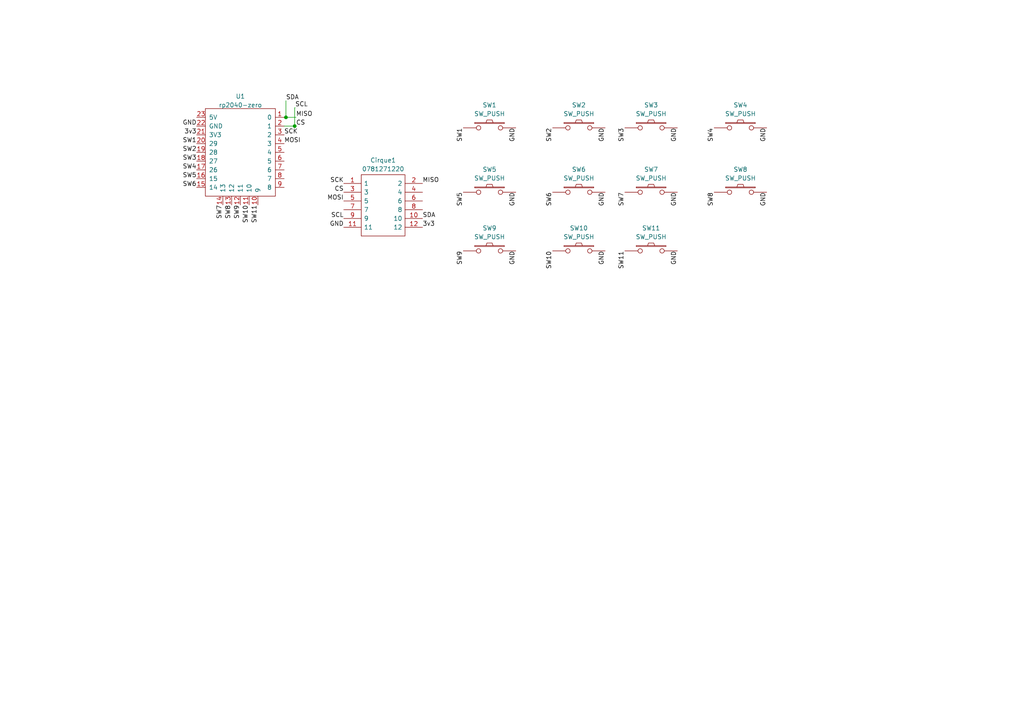
<source format=kicad_sch>
(kicad_sch (version 20230121) (generator eeschema)
  (paper "A4")
  (lib_symbols
    (symbol "0781271220:0781271220" (pin_names (offset 0.762))
      (property "Reference" "J" (at 19.05 7.62 0))
      (property "Value" "0781271220" (at 19.05 5.08 0))
      (symbol "0781271220_0_0"
        (pin passive line (at 0 0 0) (length 5.08) (name "1") (number "1"))
        (pin passive line (at 22.86 -10.16 180) (length 5.08) (name "10") (number "10"))
        (pin passive line (at 0 -12.7 0) (length 5.08) (name "11") (number "11"))
        (pin passive line (at 22.86 -12.7 180) (length 5.08) (name "12") (number "12"))
        (pin passive line (at 22.86 0 180) (length 5.08) (name "2") (number "2"))
        (pin passive line (at 0 -2.54 0) (length 5.08) (name "3") (number "3"))
        (pin passive line (at 22.86 -2.54 180) (length 5.08) (name "4") (number "4"))
        (pin passive line (at 0 -5.08 0) (length 5.08) (name "5") (number "5"))
        (pin passive line (at 22.86 -5.08 180) (length 5.08) (name "6") (number "6"))
        (pin passive line (at 0 -7.62 0) (length 5.08) (name "7") (number "7"))
        (pin passive line (at 22.86 -7.62 180) (length 5.08) (name "8") (number "8"))
        (pin passive line (at 0 -10.16 0) (length 5.08) (name "9") (number "9"))
      )
      (symbol "0781271220_0_1"
        (polyline (pts (xy 5.08 2.54) (xy 17.78 2.54) (xy 17.78 -15.24) (xy 5.08 -15.24) (xy 5.08 2.54)) (stroke (width 0.1524)))
      )
    )
    (symbol "kbd:SW_PUSH" (pin_numbers hide) (pin_names (offset 1.016) hide)
      (property "Reference" "SW" (at 3.81 2.794 0))
      (property "Value" "SW_PUSH" (at 0 -2.032 0))
      (symbol "SW_PUSH_0_1"
        (rectangle (start -4.318 1.27) (end 4.318 1.524))
        (polyline (pts (xy -1.016 1.524) (xy -0.762 2.286) (xy 0.762 2.286) (xy 1.016 1.524)))
        (pin passive inverted (at -7.62 0 0) (length 5.08) (name "1") (number "1"))
        (pin passive inverted (at 7.62 0 180) (length 5.08) (name "2") (number "2"))
      )
    )
    (symbol "mcu:rp2040-zero" (pin_names (offset 1.016))
      (property "Reference" "U" (at 0 15.24 0))
      (property "Value" "rp2040-zero" (at 0 12.7 0))
      (symbol "rp2040-zero_0_1"
        (rectangle (start -10.16 11.43) (end 10.16 -13.97))
      )
      (symbol "rp2040-zero_1_1"
        (pin bidirectional line (at 12.7 8.89 180) (length 2.54) (name "0") (number "1"))
        (pin bidirectional line (at 5.08 -16.51 90) (length 2.54) (name "9") (number "10"))
        (pin bidirectional line (at 2.54 -16.51 90) (length 2.54) (name "10") (number "11"))
        (pin bidirectional line (at 0 -16.51 90) (length 2.54) (name "11") (number "12"))
        (pin bidirectional line (at -2.54 -16.51 90) (length 2.54) (name "12") (number "13"))
        (pin bidirectional line (at -5.08 -16.51 90) (length 2.54) (name "13") (number "14"))
        (pin bidirectional line (at -12.7 -11.43 0) (length 2.54) (name "14") (number "15"))
        (pin bidirectional line (at -12.7 -8.89 0) (length 2.54) (name "15") (number "16"))
        (pin bidirectional line (at -12.7 -6.35 0) (length 2.54) (name "26") (number "17"))
        (pin bidirectional line (at -12.7 -3.81 0) (length 2.54) (name "27") (number "18"))
        (pin bidirectional line (at -12.7 -1.27 0) (length 2.54) (name "28") (number "19"))
        (pin bidirectional line (at 12.7 6.35 180) (length 2.54) (name "1") (number "2"))
        (pin bidirectional line (at -12.7 1.27 0) (length 2.54) (name "29") (number "20"))
        (pin power_out line (at -12.7 3.81 0) (length 2.54) (name "3V3") (number "21"))
        (pin power_out line (at -12.7 6.35 0) (length 2.54) (name "GND") (number "22"))
        (pin power_out line (at -12.7 8.89 0) (length 2.54) (name "5V") (number "23"))
        (pin bidirectional line (at 12.7 3.81 180) (length 2.54) (name "2") (number "3"))
        (pin bidirectional line (at 12.7 1.27 180) (length 2.54) (name "3") (number "4"))
        (pin bidirectional line (at 12.7 -1.27 180) (length 2.54) (name "4") (number "5"))
        (pin bidirectional line (at 12.7 -3.81 180) (length 2.54) (name "5") (number "6"))
        (pin bidirectional line (at 12.7 -6.35 180) (length 2.54) (name "6") (number "7"))
        (pin bidirectional line (at 12.7 -8.89 180) (length 2.54) (name "7") (number "8"))
        (pin bidirectional line (at 12.7 -11.43 180) (length 2.54) (name "8") (number "9"))
      )
    )
  )
  (junction (at 85.471 36.576))
  (junction (at 82.931 34.036))
  (wire (pts (xy 85.471 31.242) (xy 85.598 31.242)))
  (wire (pts (xy 82.423 34.036) (xy 82.931 34.036)))
  (wire (pts (xy 82.931 34.036) (xy 85.852 34.036)))
  (wire (pts (xy 82.931 29.21) (xy 82.931 34.036)))
  (wire (pts (xy 82.423 36.576) (xy 85.471 36.576)))
  (wire (pts (xy 85.471 36.576) (xy 85.852 36.576)))
  (wire (pts (xy 85.471 36.576) (xy 85.471 31.242)))
  (label "MOSI" (at 82.423 41.656 0))
  (label "GND" (at 196.469 72.771 270))
  (label "GND" (at 99.695 65.913 180))
  (label "SW3" (at 57.023 46.736 180))
  (label "SCK" (at 99.695 53.213 180))
  (label "SW9" (at 134.366 72.771 270))
  (label "SW6" (at 160.274 55.753 270))
  (label "SW1" (at 134.366 37.084 270))
  (label "GND" (at 175.514 37.084 270))
  (label "GND" (at 57.023 36.576 180))
  (label "GND" (at 175.514 72.771 270))
  (label "GND" (at 196.469 37.084 270))
  (label "SW11" (at 181.229 72.771 270))
  (label "GND" (at 149.606 37.084 270))
  (label "CS" (at 85.852 36.576 0))
  (label "SDA" (at 82.931 29.21 0))
  (label "SCL" (at 99.695 63.373 180))
  (label "SW3" (at 181.229 37.084 270))
  (label "SCK" (at 82.423 39.116 0))
  (label "SW10" (at 72.263 59.436 270))
  (label "SW1" (at 57.023 41.656 180))
  (label "SW6" (at 57.023 54.356 180))
  (label "SCL" (at 85.598 31.242 0))
  (label "SW8" (at 67.183 59.436 270))
  (label "GND" (at 149.606 55.753 270))
  (label "GND" (at 149.606 72.771 270))
  (label "GND" (at 222.377 55.753 270))
  (label "SW4" (at 207.137 37.084 270))
  (label "SW7" (at 181.229 55.753 270))
  (label "SW4" (at 57.023 49.276 180))
  (label "SW8" (at 207.137 55.753 270))
  (label "GND" (at 196.469 55.753 270))
  (label "SW7" (at 64.643 59.436 270))
  (label "MISO" (at 85.852 34.036 0))
  (label "SW2" (at 160.274 37.084 270))
  (label "SDA" (at 122.555 63.373 0))
  (label "SW5" (at 134.366 55.753 270))
  (label "GND" (at 222.377 37.084 270))
  (label "SW11" (at 74.803 59.436 270))
  (label "3v3" (at 122.555 65.913 0))
  (label "SW2" (at 57.023 44.196 180))
  (label "GND" (at 175.514 55.753 270))
  (label "SW10" (at 160.274 72.771 270))
  (label "3v3" (at 57.023 39.116 180))
  (label "CS" (at 99.695 55.753 180))
  (label "MISO" (at 122.555 53.213 0))
  (label "SW5" (at 57.023 51.816 180))
  (label "SW9" (at 69.723 59.436 270))
  (label "MOSI" (at 99.695 58.293 180))
  (symbol (lib_id "mcu:rp2040-zero") (at 69.723 42.926 0) (unit 1)
    (property "Reference" "U1" (at 69.723 27.94 0))
    (property "Value" "rp2040-zero" (at 69.723 30.48 0))
    (property "Footprint" "mcu:rp2040-zero-tht-nocut" (effects hide))
  )
  (symbol (lib_id "0781271220:0781271220") (at 99.695 53.213 0) (unit 1)
    (property "Reference" "Cirque1" (at 111.125 46.482 0))
    (property "Value" "0781271220" (at 111.125 49.022 0))
    (property "Footprint" "molex:0781271220" (effects hide))
    (property "Datasheet" "https://www.molex.com/pdm_docs/sd/781271220_sd.pdf" (effects hide))
    (property "Description" "Conn FFC/FPC Connector SKT 12 POS 0.5mm Solder ST SMD Easy-On T/R" (effects hide))
    (property "Height" "4.2" (effects hide))
    (property "Mouser Part Number" "538-78127-1220" (effects hide))
    (property "Mouser Price/Stock" "https://www.mouser.co.uk/ProductDetail/Molex/0781271220?qs=BJlw7L4Cy79IAfNy30YYvQ%3D%3D" (effects hide))
    (property "Manufacturer_Name" "Molex" (effects hide))
    (property "Manufacturer_Part_Number" "0781271220" (effects hide))
  )
  (symbol (lib_id "kbd:SW_PUSH") (at 214.757 37.084 0) (unit 1)
    (property "Reference" "SW4" (at 214.757 30.48 0))
    (property "Value" "SW_PUSH" (at 214.757 33.02 0))
    (property "Footprint" "keyswitches:Kailh_socket_MX" (effects hide))
  )
  (symbol (lib_id "kbd:SW_PUSH") (at 188.849 37.084 0) (unit 1)
    (property "Reference" "SW3" (at 188.849 30.48 0))
    (property "Value" "SW_PUSH" (at 188.849 33.02 0))
    (property "Footprint" "keyswitches:Kailh_socket_MX" (effects hide))
  )
  (symbol (lib_id "kbd:SW_PUSH") (at 188.849 55.753 0) (unit 1)
    (property "Reference" "SW7" (at 188.849 49.149 0))
    (property "Value" "SW_PUSH" (at 188.849 51.689 0))
    (property "Footprint" "keyswitches:Kailh_socket_MX" (effects hide))
  )
  (symbol (lib_id "kbd:SW_PUSH") (at 141.986 37.084 0) (unit 1)
    (property "Reference" "SW1" (at 141.986 30.48 0))
    (property "Value" "SW_PUSH" (at 141.986 33.02 0))
    (property "Footprint" "keyswitches:Kailh_socket_MX" (effects hide))
  )
  (symbol (lib_id "kbd:SW_PUSH") (at 214.757 55.753 0) (unit 1)
    (property "Reference" "SW8" (at 214.757 49.149 0))
    (property "Value" "SW_PUSH" (at 214.757 51.689 0))
    (property "Footprint" "keyswitches:Kailh_socket_MX" (effects hide))
  )
  (symbol (lib_id "kbd:SW_PUSH") (at 188.849 72.771 0) (unit 1)
    (property "Reference" "SW11" (at 188.849 66.167 0))
    (property "Value" "SW_PUSH" (at 188.849 68.707 0))
    (property "Footprint" "keyswitches:Kailh_socket_MX" (effects hide))
  )
  (symbol (lib_id "kbd:SW_PUSH") (at 167.894 55.753 0) (unit 1)
    (property "Reference" "SW6" (at 167.894 49.149 0))
    (property "Value" "SW_PUSH" (at 167.894 51.689 0))
    (property "Footprint" "keyswitches:Kailh_socket_MX" (effects hide))
  )
  (symbol (lib_id "kbd:SW_PUSH") (at 167.894 37.084 0) (unit 1)
    (property "Reference" "SW2" (at 167.894 30.48 0))
    (property "Value" "SW_PUSH" (at 167.894 33.02 0))
    (property "Footprint" "keyswitches:Kailh_socket_MX" (effects hide))
  )
  (symbol (lib_id "kbd:SW_PUSH") (at 141.986 55.753 0) (unit 1)
    (property "Reference" "SW5" (at 141.986 49.149 0))
    (property "Value" "SW_PUSH" (at 141.986 51.689 0))
    (property "Footprint" "keyswitches:Kailh_socket_MX" (effects hide))
  )
  (symbol (lib_id "kbd:SW_PUSH") (at 141.986 72.771 0) (unit 1)
    (property "Reference" "SW9" (at 141.986 66.167 0))
    (property "Value" "SW_PUSH" (at 141.986 68.707 0))
    (property "Footprint" "keyswitches:Kailh_socket_MX" (effects hide))
  )
  (symbol (lib_id "kbd:SW_PUSH") (at 167.894 72.771 0) (unit 1)
    (property "Reference" "SW10" (at 167.894 66.167 0))
    (property "Value" "SW_PUSH" (at 167.894 68.707 0))
    (property "Footprint" "keyswitches:Kailh_socket_MX" (effects hide))
  )
)
</source>
